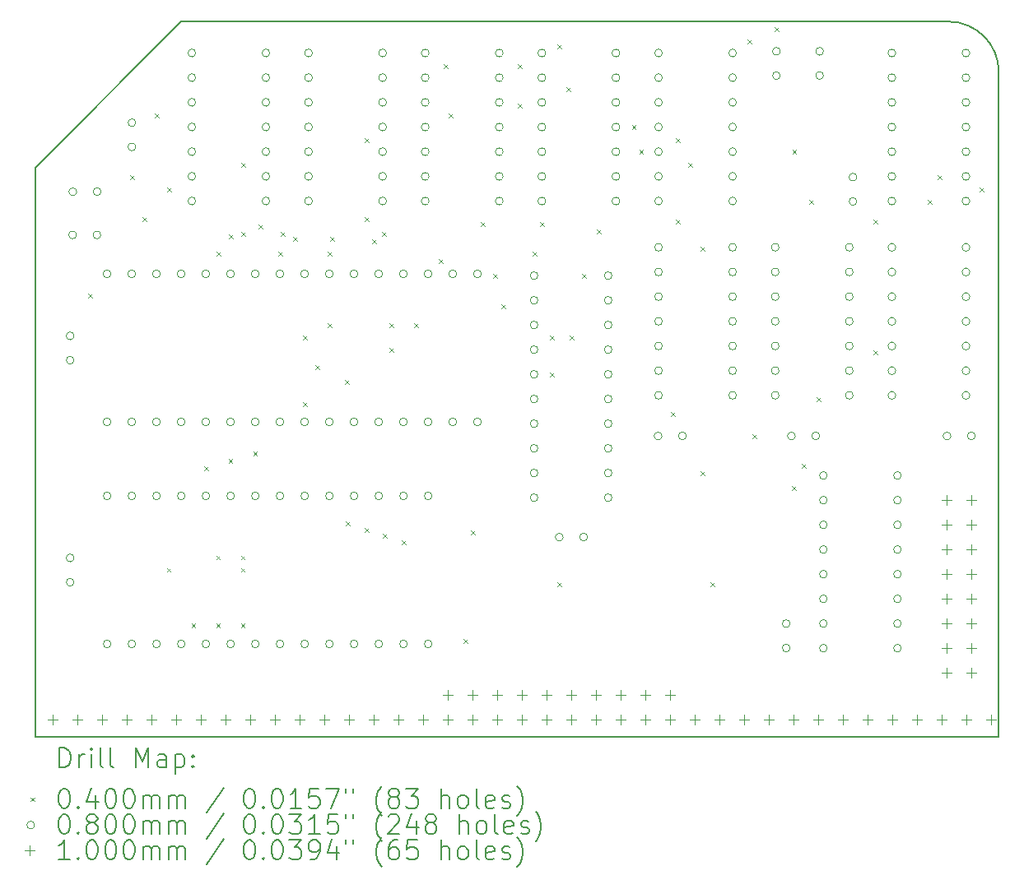
<source format=gbr>
%FSLAX45Y45*%
G04 Gerber Fmt 4.5, Leading zero omitted, Abs format (unit mm)*
G04 Created by KiCad (PCBNEW 6.0.2+dfsg-1) date 2024-02-05 13:25:48*
%MOMM*%
%LPD*%
G01*
G04 APERTURE LIST*
%TA.AperFunction,Profile*%
%ADD10C,0.150000*%
%TD*%
%ADD11C,0.200000*%
%ADD12C,0.040000*%
%ADD13C,0.080000*%
%ADD14C,0.100000*%
G04 APERTURE END LIST*
D10*
X15389860Y-9477421D02*
X15389860Y-15336520D01*
X15389860Y-15336520D02*
X25300000Y-15336520D01*
X25299840Y-8494281D02*
G75*
G03*
X24781840Y-7976281I-518000J0D01*
G01*
X24781840Y-7976281D02*
X16891000Y-7976281D01*
X16891000Y-7976281D02*
X15389860Y-9477421D01*
X25299840Y-8494281D02*
X25300000Y-15336520D01*
D11*
D12*
X15931200Y-10775000D02*
X15971200Y-10815000D01*
X15971200Y-10775000D02*
X15931200Y-10815000D01*
X16363000Y-9555800D02*
X16403000Y-9595800D01*
X16403000Y-9555800D02*
X16363000Y-9595800D01*
X16490000Y-9987600D02*
X16530000Y-10027600D01*
X16530000Y-9987600D02*
X16490000Y-10027600D01*
X16617000Y-8920800D02*
X16657000Y-8960800D01*
X16657000Y-8920800D02*
X16617000Y-8960800D01*
X16743000Y-13601000D02*
X16783000Y-13641000D01*
X16783000Y-13601000D02*
X16743000Y-13641000D01*
X16744000Y-9682800D02*
X16784000Y-9722800D01*
X16784000Y-9682800D02*
X16744000Y-9722800D01*
X16997000Y-14172500D02*
X17037000Y-14212500D01*
X17037000Y-14172500D02*
X16997000Y-14212500D01*
X17125000Y-12553000D02*
X17165000Y-12593000D01*
X17165000Y-12553000D02*
X17125000Y-12593000D01*
X17251000Y-13474000D02*
X17291000Y-13514000D01*
X17291000Y-13474000D02*
X17251000Y-13514000D01*
X17251000Y-14172500D02*
X17291000Y-14212500D01*
X17291000Y-14172500D02*
X17251000Y-14212500D01*
X17252000Y-10343200D02*
X17292000Y-10383200D01*
X17292000Y-10343200D02*
X17252000Y-10383200D01*
X17378000Y-12477800D02*
X17418000Y-12517800D01*
X17418000Y-12477800D02*
X17378000Y-12517800D01*
X17379000Y-10165400D02*
X17419000Y-10205400D01*
X17419000Y-10165400D02*
X17379000Y-10205400D01*
X17505000Y-13474000D02*
X17545000Y-13514000D01*
X17545000Y-13474000D02*
X17505000Y-13514000D01*
X17505000Y-13601000D02*
X17545000Y-13641000D01*
X17545000Y-13601000D02*
X17505000Y-13641000D01*
X17505000Y-14172500D02*
X17545000Y-14212500D01*
X17545000Y-14172500D02*
X17505000Y-14212500D01*
X17506000Y-9428800D02*
X17546000Y-9468800D01*
X17546000Y-9428800D02*
X17506000Y-9468800D01*
X17506000Y-10140000D02*
X17546000Y-10180000D01*
X17546000Y-10140000D02*
X17506000Y-10180000D01*
X17632000Y-12401600D02*
X17672000Y-12441600D01*
X17672000Y-12401600D02*
X17632000Y-12441600D01*
X17683800Y-10063800D02*
X17723800Y-10103800D01*
X17723800Y-10063800D02*
X17683800Y-10103800D01*
X17887000Y-10343200D02*
X17927000Y-10383200D01*
X17927000Y-10343200D02*
X17887000Y-10383200D01*
X17912400Y-10140000D02*
X17952400Y-10180000D01*
X17952400Y-10140000D02*
X17912400Y-10180000D01*
X18039400Y-10190800D02*
X18079400Y-10230800D01*
X18079400Y-10190800D02*
X18039400Y-10230800D01*
X18141000Y-11206800D02*
X18181000Y-11246800D01*
X18181000Y-11206800D02*
X18141000Y-11246800D01*
X18141000Y-11892600D02*
X18181000Y-11932600D01*
X18181000Y-11892600D02*
X18141000Y-11932600D01*
X18268000Y-11511600D02*
X18308000Y-11551600D01*
X18308000Y-11511600D02*
X18268000Y-11551600D01*
X18395000Y-10343200D02*
X18435000Y-10383200D01*
X18435000Y-10343200D02*
X18395000Y-10383200D01*
X18395000Y-11079800D02*
X18435000Y-11119800D01*
X18435000Y-11079800D02*
X18395000Y-11119800D01*
X18420400Y-10190800D02*
X18460400Y-10230800D01*
X18460400Y-10190800D02*
X18420400Y-10230800D01*
X18572800Y-11664000D02*
X18612800Y-11704000D01*
X18612800Y-11664000D02*
X18572800Y-11704000D01*
X18585500Y-13124500D02*
X18625500Y-13164500D01*
X18625500Y-13124500D02*
X18585500Y-13164500D01*
X18776000Y-9174800D02*
X18816000Y-9214800D01*
X18816000Y-9174800D02*
X18776000Y-9214800D01*
X18776000Y-9987600D02*
X18816000Y-10027600D01*
X18816000Y-9987600D02*
X18776000Y-10027600D01*
X18776000Y-13188000D02*
X18816000Y-13228000D01*
X18816000Y-13188000D02*
X18776000Y-13228000D01*
X18852200Y-10216200D02*
X18892200Y-10256200D01*
X18892200Y-10216200D02*
X18852200Y-10256200D01*
X18953800Y-10140000D02*
X18993800Y-10180000D01*
X18993800Y-10140000D02*
X18953800Y-10180000D01*
X18966500Y-13251500D02*
X19006500Y-13291500D01*
X19006500Y-13251500D02*
X18966500Y-13291500D01*
X19030000Y-11079800D02*
X19070000Y-11119800D01*
X19070000Y-11079800D02*
X19030000Y-11119800D01*
X19030000Y-11333800D02*
X19070000Y-11373800D01*
X19070000Y-11333800D02*
X19030000Y-11373800D01*
X19157000Y-13315000D02*
X19197000Y-13355000D01*
X19197000Y-13315000D02*
X19157000Y-13355000D01*
X19284000Y-11079800D02*
X19324000Y-11119800D01*
X19324000Y-11079800D02*
X19284000Y-11119800D01*
X19538000Y-10419400D02*
X19578000Y-10459400D01*
X19578000Y-10419400D02*
X19538000Y-10459400D01*
X19588800Y-8412800D02*
X19628800Y-8452800D01*
X19628800Y-8412800D02*
X19588800Y-8452800D01*
X19639600Y-8920800D02*
X19679600Y-8960800D01*
X19679600Y-8920800D02*
X19639600Y-8960800D01*
X19792000Y-14331000D02*
X19832000Y-14371000D01*
X19832000Y-14331000D02*
X19792000Y-14371000D01*
X19868200Y-13213400D02*
X19908200Y-13253400D01*
X19908200Y-13213400D02*
X19868200Y-13253400D01*
X19969800Y-10038400D02*
X20009800Y-10078400D01*
X20009800Y-10038400D02*
X19969800Y-10078400D01*
X20096800Y-10571800D02*
X20136800Y-10611800D01*
X20136800Y-10571800D02*
X20096800Y-10611800D01*
X20185700Y-10889300D02*
X20225700Y-10929300D01*
X20225700Y-10889300D02*
X20185700Y-10929300D01*
X20350800Y-8412800D02*
X20390800Y-8452800D01*
X20390800Y-8412800D02*
X20350800Y-8452800D01*
X20350800Y-8819200D02*
X20390800Y-8859200D01*
X20390800Y-8819200D02*
X20350800Y-8859200D01*
X20503200Y-10343200D02*
X20543200Y-10383200D01*
X20543200Y-10343200D02*
X20503200Y-10383200D01*
X20579400Y-10038400D02*
X20619400Y-10078400D01*
X20619400Y-10038400D02*
X20579400Y-10078400D01*
X20681000Y-11206800D02*
X20721000Y-11246800D01*
X20721000Y-11206800D02*
X20681000Y-11246800D01*
X20681000Y-11587800D02*
X20721000Y-11627800D01*
X20721000Y-11587800D02*
X20681000Y-11627800D01*
X20757200Y-8209600D02*
X20797200Y-8249600D01*
X20797200Y-8209600D02*
X20757200Y-8249600D01*
X20757200Y-13746800D02*
X20797200Y-13786800D01*
X20797200Y-13746800D02*
X20757200Y-13786800D01*
X20849949Y-8650251D02*
X20889949Y-8690251D01*
X20889949Y-8650251D02*
X20849949Y-8690251D01*
X20884200Y-11206800D02*
X20924200Y-11246800D01*
X20924200Y-11206800D02*
X20884200Y-11246800D01*
X21011200Y-10571800D02*
X21051200Y-10611800D01*
X21051200Y-10571800D02*
X21011200Y-10611800D01*
X21163600Y-10114600D02*
X21203600Y-10154600D01*
X21203600Y-10114600D02*
X21163600Y-10154600D01*
X21525000Y-9042000D02*
X21565000Y-9082000D01*
X21565000Y-9042000D02*
X21525000Y-9082000D01*
X21601200Y-9296000D02*
X21641200Y-9336000D01*
X21641200Y-9296000D02*
X21601200Y-9336000D01*
X21925600Y-11994200D02*
X21965600Y-12034200D01*
X21965600Y-11994200D02*
X21925600Y-12034200D01*
X21976400Y-9174800D02*
X22016400Y-9214800D01*
X22016400Y-9174800D02*
X21976400Y-9214800D01*
X21976400Y-10013000D02*
X22016400Y-10053000D01*
X22016400Y-10013000D02*
X21976400Y-10053000D01*
X22103400Y-9428800D02*
X22143400Y-9468800D01*
X22143400Y-9428800D02*
X22103400Y-9468800D01*
X22230400Y-10292400D02*
X22270400Y-10332400D01*
X22270400Y-10292400D02*
X22230400Y-10332400D01*
X22230400Y-12603800D02*
X22270400Y-12643800D01*
X22270400Y-12603800D02*
X22230400Y-12643800D01*
X22332000Y-13746800D02*
X22372000Y-13786800D01*
X22372000Y-13746800D02*
X22332000Y-13786800D01*
X22713000Y-8158800D02*
X22753000Y-8198800D01*
X22753000Y-8158800D02*
X22713000Y-8198800D01*
X22763800Y-12222800D02*
X22803800Y-12262800D01*
X22803800Y-12222800D02*
X22763800Y-12262800D01*
X22992400Y-8031800D02*
X23032400Y-8071800D01*
X23032400Y-8031800D02*
X22992400Y-8071800D01*
X23170200Y-12756200D02*
X23210200Y-12796200D01*
X23210200Y-12756200D02*
X23170200Y-12796200D01*
X23176000Y-9296000D02*
X23216000Y-9336000D01*
X23216000Y-9296000D02*
X23176000Y-9336000D01*
X23271800Y-12527600D02*
X23311800Y-12567600D01*
X23311800Y-12527600D02*
X23271800Y-12567600D01*
X23348000Y-9809800D02*
X23388000Y-9849800D01*
X23388000Y-9809800D02*
X23348000Y-9849800D01*
X23424200Y-11841800D02*
X23464200Y-11881800D01*
X23464200Y-11841800D02*
X23424200Y-11881800D01*
X24008400Y-10013000D02*
X24048400Y-10053000D01*
X24048400Y-10013000D02*
X24008400Y-10053000D01*
X24008400Y-11359200D02*
X24048400Y-11399200D01*
X24048400Y-11359200D02*
X24008400Y-11399200D01*
X24567200Y-9809800D02*
X24607200Y-9849800D01*
X24607200Y-9809800D02*
X24567200Y-9849800D01*
X24668800Y-9555800D02*
X24708800Y-9595800D01*
X24708800Y-9555800D02*
X24668800Y-9595800D01*
X25100600Y-9682800D02*
X25140600Y-9722800D01*
X25140600Y-9682800D02*
X25100600Y-9722800D01*
D13*
X15788000Y-11212000D02*
G75*
G03*
X15788000Y-11212000I-40000J0D01*
G01*
X15788000Y-11462000D02*
G75*
G03*
X15788000Y-11462000I-40000J0D01*
G01*
X15788000Y-13498000D02*
G75*
G03*
X15788000Y-13498000I-40000J0D01*
G01*
X15788000Y-13748000D02*
G75*
G03*
X15788000Y-13748000I-40000J0D01*
G01*
X15813400Y-10172700D02*
G75*
G03*
X15813400Y-10172700I-40000J0D01*
G01*
X15815400Y-9728200D02*
G75*
G03*
X15815400Y-9728200I-40000J0D01*
G01*
X16063400Y-10172700D02*
G75*
G03*
X16063400Y-10172700I-40000J0D01*
G01*
X16065400Y-9728200D02*
G75*
G03*
X16065400Y-9728200I-40000J0D01*
G01*
X16168000Y-10573500D02*
G75*
G03*
X16168000Y-10573500I-40000J0D01*
G01*
X16168000Y-12097500D02*
G75*
G03*
X16168000Y-12097500I-40000J0D01*
G01*
X16169000Y-12859500D02*
G75*
G03*
X16169000Y-12859500I-40000J0D01*
G01*
X16169000Y-14383500D02*
G75*
G03*
X16169000Y-14383500I-40000J0D01*
G01*
X16422000Y-10573500D02*
G75*
G03*
X16422000Y-10573500I-40000J0D01*
G01*
X16422000Y-12097500D02*
G75*
G03*
X16422000Y-12097500I-40000J0D01*
G01*
X16423000Y-9017000D02*
G75*
G03*
X16423000Y-9017000I-40000J0D01*
G01*
X16423000Y-9267000D02*
G75*
G03*
X16423000Y-9267000I-40000J0D01*
G01*
X16423000Y-12859500D02*
G75*
G03*
X16423000Y-12859500I-40000J0D01*
G01*
X16423000Y-14383500D02*
G75*
G03*
X16423000Y-14383500I-40000J0D01*
G01*
X16676000Y-10573500D02*
G75*
G03*
X16676000Y-10573500I-40000J0D01*
G01*
X16676000Y-12097500D02*
G75*
G03*
X16676000Y-12097500I-40000J0D01*
G01*
X16677000Y-12859500D02*
G75*
G03*
X16677000Y-12859500I-40000J0D01*
G01*
X16677000Y-14383500D02*
G75*
G03*
X16677000Y-14383500I-40000J0D01*
G01*
X16930000Y-10573500D02*
G75*
G03*
X16930000Y-10573500I-40000J0D01*
G01*
X16930000Y-12097500D02*
G75*
G03*
X16930000Y-12097500I-40000J0D01*
G01*
X16931000Y-12859500D02*
G75*
G03*
X16931000Y-12859500I-40000J0D01*
G01*
X16931000Y-14383500D02*
G75*
G03*
X16931000Y-14383500I-40000J0D01*
G01*
X17040000Y-8300000D02*
G75*
G03*
X17040000Y-8300000I-40000J0D01*
G01*
X17040000Y-8554000D02*
G75*
G03*
X17040000Y-8554000I-40000J0D01*
G01*
X17040000Y-8808000D02*
G75*
G03*
X17040000Y-8808000I-40000J0D01*
G01*
X17040000Y-9062000D02*
G75*
G03*
X17040000Y-9062000I-40000J0D01*
G01*
X17040000Y-9316000D02*
G75*
G03*
X17040000Y-9316000I-40000J0D01*
G01*
X17040000Y-9570000D02*
G75*
G03*
X17040000Y-9570000I-40000J0D01*
G01*
X17040000Y-9824000D02*
G75*
G03*
X17040000Y-9824000I-40000J0D01*
G01*
X17184000Y-10573500D02*
G75*
G03*
X17184000Y-10573500I-40000J0D01*
G01*
X17184000Y-12097500D02*
G75*
G03*
X17184000Y-12097500I-40000J0D01*
G01*
X17185000Y-12859500D02*
G75*
G03*
X17185000Y-12859500I-40000J0D01*
G01*
X17185000Y-14383500D02*
G75*
G03*
X17185000Y-14383500I-40000J0D01*
G01*
X17438000Y-10573500D02*
G75*
G03*
X17438000Y-10573500I-40000J0D01*
G01*
X17438000Y-12097500D02*
G75*
G03*
X17438000Y-12097500I-40000J0D01*
G01*
X17439000Y-12859500D02*
G75*
G03*
X17439000Y-12859500I-40000J0D01*
G01*
X17439000Y-14383500D02*
G75*
G03*
X17439000Y-14383500I-40000J0D01*
G01*
X17692000Y-10573500D02*
G75*
G03*
X17692000Y-10573500I-40000J0D01*
G01*
X17692000Y-12097500D02*
G75*
G03*
X17692000Y-12097500I-40000J0D01*
G01*
X17693000Y-12859500D02*
G75*
G03*
X17693000Y-12859500I-40000J0D01*
G01*
X17693000Y-14383500D02*
G75*
G03*
X17693000Y-14383500I-40000J0D01*
G01*
X17802000Y-8300000D02*
G75*
G03*
X17802000Y-8300000I-40000J0D01*
G01*
X17802000Y-8554000D02*
G75*
G03*
X17802000Y-8554000I-40000J0D01*
G01*
X17802000Y-8808000D02*
G75*
G03*
X17802000Y-8808000I-40000J0D01*
G01*
X17802000Y-9062000D02*
G75*
G03*
X17802000Y-9062000I-40000J0D01*
G01*
X17802000Y-9316000D02*
G75*
G03*
X17802000Y-9316000I-40000J0D01*
G01*
X17802000Y-9570000D02*
G75*
G03*
X17802000Y-9570000I-40000J0D01*
G01*
X17802000Y-9824000D02*
G75*
G03*
X17802000Y-9824000I-40000J0D01*
G01*
X17946000Y-10573500D02*
G75*
G03*
X17946000Y-10573500I-40000J0D01*
G01*
X17946000Y-12097500D02*
G75*
G03*
X17946000Y-12097500I-40000J0D01*
G01*
X17947000Y-12859500D02*
G75*
G03*
X17947000Y-12859500I-40000J0D01*
G01*
X17947000Y-14383500D02*
G75*
G03*
X17947000Y-14383500I-40000J0D01*
G01*
X18200000Y-10573500D02*
G75*
G03*
X18200000Y-10573500I-40000J0D01*
G01*
X18200000Y-12097500D02*
G75*
G03*
X18200000Y-12097500I-40000J0D01*
G01*
X18201000Y-12859500D02*
G75*
G03*
X18201000Y-12859500I-40000J0D01*
G01*
X18201000Y-14383500D02*
G75*
G03*
X18201000Y-14383500I-40000J0D01*
G01*
X18240000Y-8300000D02*
G75*
G03*
X18240000Y-8300000I-40000J0D01*
G01*
X18240000Y-8554000D02*
G75*
G03*
X18240000Y-8554000I-40000J0D01*
G01*
X18240000Y-8808000D02*
G75*
G03*
X18240000Y-8808000I-40000J0D01*
G01*
X18240000Y-9062000D02*
G75*
G03*
X18240000Y-9062000I-40000J0D01*
G01*
X18240000Y-9316000D02*
G75*
G03*
X18240000Y-9316000I-40000J0D01*
G01*
X18240000Y-9570000D02*
G75*
G03*
X18240000Y-9570000I-40000J0D01*
G01*
X18240000Y-9824000D02*
G75*
G03*
X18240000Y-9824000I-40000J0D01*
G01*
X18454000Y-10573500D02*
G75*
G03*
X18454000Y-10573500I-40000J0D01*
G01*
X18454000Y-12097500D02*
G75*
G03*
X18454000Y-12097500I-40000J0D01*
G01*
X18455000Y-12859500D02*
G75*
G03*
X18455000Y-12859500I-40000J0D01*
G01*
X18455000Y-14383500D02*
G75*
G03*
X18455000Y-14383500I-40000J0D01*
G01*
X18708000Y-10573500D02*
G75*
G03*
X18708000Y-10573500I-40000J0D01*
G01*
X18708000Y-12097500D02*
G75*
G03*
X18708000Y-12097500I-40000J0D01*
G01*
X18709000Y-12859500D02*
G75*
G03*
X18709000Y-12859500I-40000J0D01*
G01*
X18709000Y-14383500D02*
G75*
G03*
X18709000Y-14383500I-40000J0D01*
G01*
X18962000Y-10573500D02*
G75*
G03*
X18962000Y-10573500I-40000J0D01*
G01*
X18962000Y-12097500D02*
G75*
G03*
X18962000Y-12097500I-40000J0D01*
G01*
X18963000Y-12859500D02*
G75*
G03*
X18963000Y-12859500I-40000J0D01*
G01*
X18963000Y-14383500D02*
G75*
G03*
X18963000Y-14383500I-40000J0D01*
G01*
X19002000Y-8300000D02*
G75*
G03*
X19002000Y-8300000I-40000J0D01*
G01*
X19002000Y-8554000D02*
G75*
G03*
X19002000Y-8554000I-40000J0D01*
G01*
X19002000Y-8808000D02*
G75*
G03*
X19002000Y-8808000I-40000J0D01*
G01*
X19002000Y-9062000D02*
G75*
G03*
X19002000Y-9062000I-40000J0D01*
G01*
X19002000Y-9316000D02*
G75*
G03*
X19002000Y-9316000I-40000J0D01*
G01*
X19002000Y-9570000D02*
G75*
G03*
X19002000Y-9570000I-40000J0D01*
G01*
X19002000Y-9824000D02*
G75*
G03*
X19002000Y-9824000I-40000J0D01*
G01*
X19216000Y-10573500D02*
G75*
G03*
X19216000Y-10573500I-40000J0D01*
G01*
X19216000Y-12097500D02*
G75*
G03*
X19216000Y-12097500I-40000J0D01*
G01*
X19217000Y-12859500D02*
G75*
G03*
X19217000Y-12859500I-40000J0D01*
G01*
X19217000Y-14383500D02*
G75*
G03*
X19217000Y-14383500I-40000J0D01*
G01*
X19440000Y-8300000D02*
G75*
G03*
X19440000Y-8300000I-40000J0D01*
G01*
X19440000Y-8554000D02*
G75*
G03*
X19440000Y-8554000I-40000J0D01*
G01*
X19440000Y-8808000D02*
G75*
G03*
X19440000Y-8808000I-40000J0D01*
G01*
X19440000Y-9062000D02*
G75*
G03*
X19440000Y-9062000I-40000J0D01*
G01*
X19440000Y-9316000D02*
G75*
G03*
X19440000Y-9316000I-40000J0D01*
G01*
X19440000Y-9570000D02*
G75*
G03*
X19440000Y-9570000I-40000J0D01*
G01*
X19440000Y-9824000D02*
G75*
G03*
X19440000Y-9824000I-40000J0D01*
G01*
X19470000Y-10573500D02*
G75*
G03*
X19470000Y-10573500I-40000J0D01*
G01*
X19470000Y-12097500D02*
G75*
G03*
X19470000Y-12097500I-40000J0D01*
G01*
X19471000Y-12859500D02*
G75*
G03*
X19471000Y-12859500I-40000J0D01*
G01*
X19471000Y-14383500D02*
G75*
G03*
X19471000Y-14383500I-40000J0D01*
G01*
X19724000Y-10573500D02*
G75*
G03*
X19724000Y-10573500I-40000J0D01*
G01*
X19724000Y-12097500D02*
G75*
G03*
X19724000Y-12097500I-40000J0D01*
G01*
X19978000Y-10573500D02*
G75*
G03*
X19978000Y-10573500I-40000J0D01*
G01*
X19978000Y-12097500D02*
G75*
G03*
X19978000Y-12097500I-40000J0D01*
G01*
X20202000Y-8300000D02*
G75*
G03*
X20202000Y-8300000I-40000J0D01*
G01*
X20202000Y-8554000D02*
G75*
G03*
X20202000Y-8554000I-40000J0D01*
G01*
X20202000Y-8808000D02*
G75*
G03*
X20202000Y-8808000I-40000J0D01*
G01*
X20202000Y-9062000D02*
G75*
G03*
X20202000Y-9062000I-40000J0D01*
G01*
X20202000Y-9316000D02*
G75*
G03*
X20202000Y-9316000I-40000J0D01*
G01*
X20202000Y-9570000D02*
G75*
G03*
X20202000Y-9570000I-40000J0D01*
G01*
X20202000Y-9824000D02*
G75*
G03*
X20202000Y-9824000I-40000J0D01*
G01*
X20560000Y-10591800D02*
G75*
G03*
X20560000Y-10591800I-40000J0D01*
G01*
X20560000Y-10845800D02*
G75*
G03*
X20560000Y-10845800I-40000J0D01*
G01*
X20560000Y-11099800D02*
G75*
G03*
X20560000Y-11099800I-40000J0D01*
G01*
X20560000Y-11353800D02*
G75*
G03*
X20560000Y-11353800I-40000J0D01*
G01*
X20560000Y-11607800D02*
G75*
G03*
X20560000Y-11607800I-40000J0D01*
G01*
X20560000Y-11861800D02*
G75*
G03*
X20560000Y-11861800I-40000J0D01*
G01*
X20560000Y-12115800D02*
G75*
G03*
X20560000Y-12115800I-40000J0D01*
G01*
X20560000Y-12369800D02*
G75*
G03*
X20560000Y-12369800I-40000J0D01*
G01*
X20560000Y-12623800D02*
G75*
G03*
X20560000Y-12623800I-40000J0D01*
G01*
X20560000Y-12877800D02*
G75*
G03*
X20560000Y-12877800I-40000J0D01*
G01*
X20640000Y-8300000D02*
G75*
G03*
X20640000Y-8300000I-40000J0D01*
G01*
X20640000Y-8554000D02*
G75*
G03*
X20640000Y-8554000I-40000J0D01*
G01*
X20640000Y-8808000D02*
G75*
G03*
X20640000Y-8808000I-40000J0D01*
G01*
X20640000Y-9062000D02*
G75*
G03*
X20640000Y-9062000I-40000J0D01*
G01*
X20640000Y-9316000D02*
G75*
G03*
X20640000Y-9316000I-40000J0D01*
G01*
X20640000Y-9570000D02*
G75*
G03*
X20640000Y-9570000I-40000J0D01*
G01*
X20640000Y-9824000D02*
G75*
G03*
X20640000Y-9824000I-40000J0D01*
G01*
X20819200Y-13284200D02*
G75*
G03*
X20819200Y-13284200I-40000J0D01*
G01*
X21069200Y-13284200D02*
G75*
G03*
X21069200Y-13284200I-40000J0D01*
G01*
X21322000Y-10591800D02*
G75*
G03*
X21322000Y-10591800I-40000J0D01*
G01*
X21322000Y-10845800D02*
G75*
G03*
X21322000Y-10845800I-40000J0D01*
G01*
X21322000Y-11099800D02*
G75*
G03*
X21322000Y-11099800I-40000J0D01*
G01*
X21322000Y-11353800D02*
G75*
G03*
X21322000Y-11353800I-40000J0D01*
G01*
X21322000Y-11607800D02*
G75*
G03*
X21322000Y-11607800I-40000J0D01*
G01*
X21322000Y-11861800D02*
G75*
G03*
X21322000Y-11861800I-40000J0D01*
G01*
X21322000Y-12115800D02*
G75*
G03*
X21322000Y-12115800I-40000J0D01*
G01*
X21322000Y-12369800D02*
G75*
G03*
X21322000Y-12369800I-40000J0D01*
G01*
X21322000Y-12623800D02*
G75*
G03*
X21322000Y-12623800I-40000J0D01*
G01*
X21322000Y-12877800D02*
G75*
G03*
X21322000Y-12877800I-40000J0D01*
G01*
X21402000Y-8300000D02*
G75*
G03*
X21402000Y-8300000I-40000J0D01*
G01*
X21402000Y-8554000D02*
G75*
G03*
X21402000Y-8554000I-40000J0D01*
G01*
X21402000Y-8808000D02*
G75*
G03*
X21402000Y-8808000I-40000J0D01*
G01*
X21402000Y-9062000D02*
G75*
G03*
X21402000Y-9062000I-40000J0D01*
G01*
X21402000Y-9316000D02*
G75*
G03*
X21402000Y-9316000I-40000J0D01*
G01*
X21402000Y-9570000D02*
G75*
G03*
X21402000Y-9570000I-40000J0D01*
G01*
X21402000Y-9824000D02*
G75*
G03*
X21402000Y-9824000I-40000J0D01*
G01*
X21835200Y-12242800D02*
G75*
G03*
X21835200Y-12242800I-40000J0D01*
G01*
X21840000Y-8300000D02*
G75*
G03*
X21840000Y-8300000I-40000J0D01*
G01*
X21840000Y-8554000D02*
G75*
G03*
X21840000Y-8554000I-40000J0D01*
G01*
X21840000Y-8808000D02*
G75*
G03*
X21840000Y-8808000I-40000J0D01*
G01*
X21840000Y-9062000D02*
G75*
G03*
X21840000Y-9062000I-40000J0D01*
G01*
X21840000Y-9316000D02*
G75*
G03*
X21840000Y-9316000I-40000J0D01*
G01*
X21840000Y-9570000D02*
G75*
G03*
X21840000Y-9570000I-40000J0D01*
G01*
X21840000Y-9824000D02*
G75*
G03*
X21840000Y-9824000I-40000J0D01*
G01*
X21840000Y-10300000D02*
G75*
G03*
X21840000Y-10300000I-40000J0D01*
G01*
X21840000Y-10554000D02*
G75*
G03*
X21840000Y-10554000I-40000J0D01*
G01*
X21840000Y-10808000D02*
G75*
G03*
X21840000Y-10808000I-40000J0D01*
G01*
X21840000Y-11062000D02*
G75*
G03*
X21840000Y-11062000I-40000J0D01*
G01*
X21840000Y-11316000D02*
G75*
G03*
X21840000Y-11316000I-40000J0D01*
G01*
X21840000Y-11570000D02*
G75*
G03*
X21840000Y-11570000I-40000J0D01*
G01*
X21840000Y-11824000D02*
G75*
G03*
X21840000Y-11824000I-40000J0D01*
G01*
X22085200Y-12242800D02*
G75*
G03*
X22085200Y-12242800I-40000J0D01*
G01*
X22602000Y-8300000D02*
G75*
G03*
X22602000Y-8300000I-40000J0D01*
G01*
X22602000Y-8554000D02*
G75*
G03*
X22602000Y-8554000I-40000J0D01*
G01*
X22602000Y-8808000D02*
G75*
G03*
X22602000Y-8808000I-40000J0D01*
G01*
X22602000Y-9062000D02*
G75*
G03*
X22602000Y-9062000I-40000J0D01*
G01*
X22602000Y-9316000D02*
G75*
G03*
X22602000Y-9316000I-40000J0D01*
G01*
X22602000Y-9570000D02*
G75*
G03*
X22602000Y-9570000I-40000J0D01*
G01*
X22602000Y-9824000D02*
G75*
G03*
X22602000Y-9824000I-40000J0D01*
G01*
X22602000Y-10300000D02*
G75*
G03*
X22602000Y-10300000I-40000J0D01*
G01*
X22602000Y-10554000D02*
G75*
G03*
X22602000Y-10554000I-40000J0D01*
G01*
X22602000Y-10808000D02*
G75*
G03*
X22602000Y-10808000I-40000J0D01*
G01*
X22602000Y-11062000D02*
G75*
G03*
X22602000Y-11062000I-40000J0D01*
G01*
X22602000Y-11316000D02*
G75*
G03*
X22602000Y-11316000I-40000J0D01*
G01*
X22602000Y-11570000D02*
G75*
G03*
X22602000Y-11570000I-40000J0D01*
G01*
X22602000Y-11824000D02*
G75*
G03*
X22602000Y-11824000I-40000J0D01*
G01*
X23040000Y-10300000D02*
G75*
G03*
X23040000Y-10300000I-40000J0D01*
G01*
X23040000Y-10554000D02*
G75*
G03*
X23040000Y-10554000I-40000J0D01*
G01*
X23040000Y-10808000D02*
G75*
G03*
X23040000Y-10808000I-40000J0D01*
G01*
X23040000Y-11062000D02*
G75*
G03*
X23040000Y-11062000I-40000J0D01*
G01*
X23040000Y-11316000D02*
G75*
G03*
X23040000Y-11316000I-40000J0D01*
G01*
X23040000Y-11570000D02*
G75*
G03*
X23040000Y-11570000I-40000J0D01*
G01*
X23040000Y-11824000D02*
G75*
G03*
X23040000Y-11824000I-40000J0D01*
G01*
X23052400Y-8282400D02*
G75*
G03*
X23052400Y-8282400I-40000J0D01*
G01*
X23052400Y-8532400D02*
G75*
G03*
X23052400Y-8532400I-40000J0D01*
G01*
X23153000Y-14175200D02*
G75*
G03*
X23153000Y-14175200I-40000J0D01*
G01*
X23153000Y-14425200D02*
G75*
G03*
X23153000Y-14425200I-40000J0D01*
G01*
X23206800Y-12242800D02*
G75*
G03*
X23206800Y-12242800I-40000J0D01*
G01*
X23456800Y-12242800D02*
G75*
G03*
X23456800Y-12242800I-40000J0D01*
G01*
X23496900Y-8282400D02*
G75*
G03*
X23496900Y-8282400I-40000J0D01*
G01*
X23496900Y-8532400D02*
G75*
G03*
X23496900Y-8532400I-40000J0D01*
G01*
X23535000Y-12649200D02*
G75*
G03*
X23535000Y-12649200I-40000J0D01*
G01*
X23535000Y-12903200D02*
G75*
G03*
X23535000Y-12903200I-40000J0D01*
G01*
X23535000Y-13157200D02*
G75*
G03*
X23535000Y-13157200I-40000J0D01*
G01*
X23535000Y-13411200D02*
G75*
G03*
X23535000Y-13411200I-40000J0D01*
G01*
X23535000Y-13665200D02*
G75*
G03*
X23535000Y-13665200I-40000J0D01*
G01*
X23535000Y-13919200D02*
G75*
G03*
X23535000Y-13919200I-40000J0D01*
G01*
X23535000Y-14173200D02*
G75*
G03*
X23535000Y-14173200I-40000J0D01*
G01*
X23535000Y-14427200D02*
G75*
G03*
X23535000Y-14427200I-40000J0D01*
G01*
X23802000Y-10300000D02*
G75*
G03*
X23802000Y-10300000I-40000J0D01*
G01*
X23802000Y-10554000D02*
G75*
G03*
X23802000Y-10554000I-40000J0D01*
G01*
X23802000Y-10808000D02*
G75*
G03*
X23802000Y-10808000I-40000J0D01*
G01*
X23802000Y-11062000D02*
G75*
G03*
X23802000Y-11062000I-40000J0D01*
G01*
X23802000Y-11316000D02*
G75*
G03*
X23802000Y-11316000I-40000J0D01*
G01*
X23802000Y-11570000D02*
G75*
G03*
X23802000Y-11570000I-40000J0D01*
G01*
X23802000Y-11824000D02*
G75*
G03*
X23802000Y-11824000I-40000J0D01*
G01*
X23839800Y-9577800D02*
G75*
G03*
X23839800Y-9577800I-40000J0D01*
G01*
X23839800Y-9827800D02*
G75*
G03*
X23839800Y-9827800I-40000J0D01*
G01*
X24240000Y-8300000D02*
G75*
G03*
X24240000Y-8300000I-40000J0D01*
G01*
X24240000Y-8554000D02*
G75*
G03*
X24240000Y-8554000I-40000J0D01*
G01*
X24240000Y-8808000D02*
G75*
G03*
X24240000Y-8808000I-40000J0D01*
G01*
X24240000Y-9062000D02*
G75*
G03*
X24240000Y-9062000I-40000J0D01*
G01*
X24240000Y-9316000D02*
G75*
G03*
X24240000Y-9316000I-40000J0D01*
G01*
X24240000Y-9570000D02*
G75*
G03*
X24240000Y-9570000I-40000J0D01*
G01*
X24240000Y-9824000D02*
G75*
G03*
X24240000Y-9824000I-40000J0D01*
G01*
X24240000Y-10300000D02*
G75*
G03*
X24240000Y-10300000I-40000J0D01*
G01*
X24240000Y-10554000D02*
G75*
G03*
X24240000Y-10554000I-40000J0D01*
G01*
X24240000Y-10808000D02*
G75*
G03*
X24240000Y-10808000I-40000J0D01*
G01*
X24240000Y-11062000D02*
G75*
G03*
X24240000Y-11062000I-40000J0D01*
G01*
X24240000Y-11316000D02*
G75*
G03*
X24240000Y-11316000I-40000J0D01*
G01*
X24240000Y-11570000D02*
G75*
G03*
X24240000Y-11570000I-40000J0D01*
G01*
X24240000Y-11824000D02*
G75*
G03*
X24240000Y-11824000I-40000J0D01*
G01*
X24297000Y-12649200D02*
G75*
G03*
X24297000Y-12649200I-40000J0D01*
G01*
X24297000Y-12903200D02*
G75*
G03*
X24297000Y-12903200I-40000J0D01*
G01*
X24297000Y-13157200D02*
G75*
G03*
X24297000Y-13157200I-40000J0D01*
G01*
X24297000Y-13411200D02*
G75*
G03*
X24297000Y-13411200I-40000J0D01*
G01*
X24297000Y-13665200D02*
G75*
G03*
X24297000Y-13665200I-40000J0D01*
G01*
X24297000Y-13919200D02*
G75*
G03*
X24297000Y-13919200I-40000J0D01*
G01*
X24297000Y-14173200D02*
G75*
G03*
X24297000Y-14173200I-40000J0D01*
G01*
X24297000Y-14427200D02*
G75*
G03*
X24297000Y-14427200I-40000J0D01*
G01*
X24807000Y-12242800D02*
G75*
G03*
X24807000Y-12242800I-40000J0D01*
G01*
X25002000Y-8300000D02*
G75*
G03*
X25002000Y-8300000I-40000J0D01*
G01*
X25002000Y-8554000D02*
G75*
G03*
X25002000Y-8554000I-40000J0D01*
G01*
X25002000Y-8808000D02*
G75*
G03*
X25002000Y-8808000I-40000J0D01*
G01*
X25002000Y-9062000D02*
G75*
G03*
X25002000Y-9062000I-40000J0D01*
G01*
X25002000Y-9316000D02*
G75*
G03*
X25002000Y-9316000I-40000J0D01*
G01*
X25002000Y-9570000D02*
G75*
G03*
X25002000Y-9570000I-40000J0D01*
G01*
X25002000Y-9824000D02*
G75*
G03*
X25002000Y-9824000I-40000J0D01*
G01*
X25002000Y-10300000D02*
G75*
G03*
X25002000Y-10300000I-40000J0D01*
G01*
X25002000Y-10554000D02*
G75*
G03*
X25002000Y-10554000I-40000J0D01*
G01*
X25002000Y-10808000D02*
G75*
G03*
X25002000Y-10808000I-40000J0D01*
G01*
X25002000Y-11062000D02*
G75*
G03*
X25002000Y-11062000I-40000J0D01*
G01*
X25002000Y-11316000D02*
G75*
G03*
X25002000Y-11316000I-40000J0D01*
G01*
X25002000Y-11570000D02*
G75*
G03*
X25002000Y-11570000I-40000J0D01*
G01*
X25002000Y-11824000D02*
G75*
G03*
X25002000Y-11824000I-40000J0D01*
G01*
X25057000Y-12242800D02*
G75*
G03*
X25057000Y-12242800I-40000J0D01*
G01*
D14*
X15570200Y-15111260D02*
X15570200Y-15211260D01*
X15520200Y-15161260D02*
X15620200Y-15161260D01*
X15824200Y-15111260D02*
X15824200Y-15211260D01*
X15774200Y-15161260D02*
X15874200Y-15161260D01*
X16078200Y-15111260D02*
X16078200Y-15211260D01*
X16028200Y-15161260D02*
X16128200Y-15161260D01*
X16332200Y-15111260D02*
X16332200Y-15211260D01*
X16282200Y-15161260D02*
X16382200Y-15161260D01*
X16586200Y-15111260D02*
X16586200Y-15211260D01*
X16536200Y-15161260D02*
X16636200Y-15161260D01*
X16840200Y-15111260D02*
X16840200Y-15211260D01*
X16790200Y-15161260D02*
X16890200Y-15161260D01*
X17094200Y-15111260D02*
X17094200Y-15211260D01*
X17044200Y-15161260D02*
X17144200Y-15161260D01*
X17348200Y-15111260D02*
X17348200Y-15211260D01*
X17298200Y-15161260D02*
X17398200Y-15161260D01*
X17602200Y-15111260D02*
X17602200Y-15211260D01*
X17552200Y-15161260D02*
X17652200Y-15161260D01*
X17856200Y-15111260D02*
X17856200Y-15211260D01*
X17806200Y-15161260D02*
X17906200Y-15161260D01*
X18110200Y-15111260D02*
X18110200Y-15211260D01*
X18060200Y-15161260D02*
X18160200Y-15161260D01*
X18364200Y-15111260D02*
X18364200Y-15211260D01*
X18314200Y-15161260D02*
X18414200Y-15161260D01*
X18618200Y-15111260D02*
X18618200Y-15211260D01*
X18568200Y-15161260D02*
X18668200Y-15161260D01*
X18872200Y-15111260D02*
X18872200Y-15211260D01*
X18822200Y-15161260D02*
X18922200Y-15161260D01*
X19126200Y-15111260D02*
X19126200Y-15211260D01*
X19076200Y-15161260D02*
X19176200Y-15161260D01*
X19380200Y-15111260D02*
X19380200Y-15211260D01*
X19330200Y-15161260D02*
X19430200Y-15161260D01*
X19634200Y-14857260D02*
X19634200Y-14957260D01*
X19584200Y-14907260D02*
X19684200Y-14907260D01*
X19634200Y-15111260D02*
X19634200Y-15211260D01*
X19584200Y-15161260D02*
X19684200Y-15161260D01*
X19888200Y-14857260D02*
X19888200Y-14957260D01*
X19838200Y-14907260D02*
X19938200Y-14907260D01*
X19888200Y-15111260D02*
X19888200Y-15211260D01*
X19838200Y-15161260D02*
X19938200Y-15161260D01*
X20142200Y-14857260D02*
X20142200Y-14957260D01*
X20092200Y-14907260D02*
X20192200Y-14907260D01*
X20142200Y-15111260D02*
X20142200Y-15211260D01*
X20092200Y-15161260D02*
X20192200Y-15161260D01*
X20396200Y-14857260D02*
X20396200Y-14957260D01*
X20346200Y-14907260D02*
X20446200Y-14907260D01*
X20396200Y-15111260D02*
X20396200Y-15211260D01*
X20346200Y-15161260D02*
X20446200Y-15161260D01*
X20650200Y-14857260D02*
X20650200Y-14957260D01*
X20600200Y-14907260D02*
X20700200Y-14907260D01*
X20650200Y-15111260D02*
X20650200Y-15211260D01*
X20600200Y-15161260D02*
X20700200Y-15161260D01*
X20904200Y-14857260D02*
X20904200Y-14957260D01*
X20854200Y-14907260D02*
X20954200Y-14907260D01*
X20904200Y-15111260D02*
X20904200Y-15211260D01*
X20854200Y-15161260D02*
X20954200Y-15161260D01*
X21158200Y-14857260D02*
X21158200Y-14957260D01*
X21108200Y-14907260D02*
X21208200Y-14907260D01*
X21158200Y-15111260D02*
X21158200Y-15211260D01*
X21108200Y-15161260D02*
X21208200Y-15161260D01*
X21412200Y-14857260D02*
X21412200Y-14957260D01*
X21362200Y-14907260D02*
X21462200Y-14907260D01*
X21412200Y-15111260D02*
X21412200Y-15211260D01*
X21362200Y-15161260D02*
X21462200Y-15161260D01*
X21666200Y-14857260D02*
X21666200Y-14957260D01*
X21616200Y-14907260D02*
X21716200Y-14907260D01*
X21666200Y-15111260D02*
X21666200Y-15211260D01*
X21616200Y-15161260D02*
X21716200Y-15161260D01*
X21920200Y-14857260D02*
X21920200Y-14957260D01*
X21870200Y-14907260D02*
X21970200Y-14907260D01*
X21920200Y-15111260D02*
X21920200Y-15211260D01*
X21870200Y-15161260D02*
X21970200Y-15161260D01*
X22174200Y-15111260D02*
X22174200Y-15211260D01*
X22124200Y-15161260D02*
X22224200Y-15161260D01*
X22428200Y-15111260D02*
X22428200Y-15211260D01*
X22378200Y-15161260D02*
X22478200Y-15161260D01*
X22682200Y-15111260D02*
X22682200Y-15211260D01*
X22632200Y-15161260D02*
X22732200Y-15161260D01*
X22936200Y-15111260D02*
X22936200Y-15211260D01*
X22886200Y-15161260D02*
X22986200Y-15161260D01*
X23190200Y-15111260D02*
X23190200Y-15211260D01*
X23140200Y-15161260D02*
X23240200Y-15161260D01*
X23444200Y-15111260D02*
X23444200Y-15211260D01*
X23394200Y-15161260D02*
X23494200Y-15161260D01*
X23698200Y-15111260D02*
X23698200Y-15211260D01*
X23648200Y-15161260D02*
X23748200Y-15161260D01*
X23952200Y-15111260D02*
X23952200Y-15211260D01*
X23902200Y-15161260D02*
X24002200Y-15161260D01*
X24206200Y-15111260D02*
X24206200Y-15211260D01*
X24156200Y-15161260D02*
X24256200Y-15161260D01*
X24460200Y-15111260D02*
X24460200Y-15211260D01*
X24410200Y-15161260D02*
X24510200Y-15161260D01*
X24714200Y-15111260D02*
X24714200Y-15211260D01*
X24664200Y-15161260D02*
X24764200Y-15161260D01*
X24763500Y-12854700D02*
X24763500Y-12954700D01*
X24713500Y-12904700D02*
X24813500Y-12904700D01*
X24763500Y-13108700D02*
X24763500Y-13208700D01*
X24713500Y-13158700D02*
X24813500Y-13158700D01*
X24763500Y-13362700D02*
X24763500Y-13462700D01*
X24713500Y-13412700D02*
X24813500Y-13412700D01*
X24763500Y-13616700D02*
X24763500Y-13716700D01*
X24713500Y-13666700D02*
X24813500Y-13666700D01*
X24763500Y-13870700D02*
X24763500Y-13970700D01*
X24713500Y-13920700D02*
X24813500Y-13920700D01*
X24763500Y-14124700D02*
X24763500Y-14224700D01*
X24713500Y-14174700D02*
X24813500Y-14174700D01*
X24763500Y-14378700D02*
X24763500Y-14478700D01*
X24713500Y-14428700D02*
X24813500Y-14428700D01*
X24763500Y-14632700D02*
X24763500Y-14732700D01*
X24713500Y-14682700D02*
X24813500Y-14682700D01*
X24968200Y-15111260D02*
X24968200Y-15211260D01*
X24918200Y-15161260D02*
X25018200Y-15161260D01*
X25017500Y-12854700D02*
X25017500Y-12954700D01*
X24967500Y-12904700D02*
X25067500Y-12904700D01*
X25017500Y-13108700D02*
X25017500Y-13208700D01*
X24967500Y-13158700D02*
X25067500Y-13158700D01*
X25017500Y-13362700D02*
X25017500Y-13462700D01*
X24967500Y-13412700D02*
X25067500Y-13412700D01*
X25017500Y-13616700D02*
X25017500Y-13716700D01*
X24967500Y-13666700D02*
X25067500Y-13666700D01*
X25017500Y-13870700D02*
X25017500Y-13970700D01*
X24967500Y-13920700D02*
X25067500Y-13920700D01*
X25017500Y-14124700D02*
X25017500Y-14224700D01*
X24967500Y-14174700D02*
X25067500Y-14174700D01*
X25017500Y-14378700D02*
X25017500Y-14478700D01*
X24967500Y-14428700D02*
X25067500Y-14428700D01*
X25017500Y-14632700D02*
X25017500Y-14732700D01*
X24967500Y-14682700D02*
X25067500Y-14682700D01*
X25222200Y-15111260D02*
X25222200Y-15211260D01*
X25172200Y-15161260D02*
X25272200Y-15161260D01*
D11*
X15639979Y-15654496D02*
X15639979Y-15454496D01*
X15687598Y-15454496D01*
X15716169Y-15464020D01*
X15735217Y-15483068D01*
X15744741Y-15502115D01*
X15754265Y-15540210D01*
X15754265Y-15568782D01*
X15744741Y-15606877D01*
X15735217Y-15625925D01*
X15716169Y-15644972D01*
X15687598Y-15654496D01*
X15639979Y-15654496D01*
X15839979Y-15654496D02*
X15839979Y-15521163D01*
X15839979Y-15559258D02*
X15849503Y-15540210D01*
X15859027Y-15530687D01*
X15878074Y-15521163D01*
X15897122Y-15521163D01*
X15963788Y-15654496D02*
X15963788Y-15521163D01*
X15963788Y-15454496D02*
X15954265Y-15464020D01*
X15963788Y-15473544D01*
X15973312Y-15464020D01*
X15963788Y-15454496D01*
X15963788Y-15473544D01*
X16087598Y-15654496D02*
X16068550Y-15644972D01*
X16059027Y-15625925D01*
X16059027Y-15454496D01*
X16192360Y-15654496D02*
X16173312Y-15644972D01*
X16163788Y-15625925D01*
X16163788Y-15454496D01*
X16420931Y-15654496D02*
X16420931Y-15454496D01*
X16487598Y-15597353D01*
X16554265Y-15454496D01*
X16554265Y-15654496D01*
X16735217Y-15654496D02*
X16735217Y-15549734D01*
X16725693Y-15530687D01*
X16706646Y-15521163D01*
X16668550Y-15521163D01*
X16649503Y-15530687D01*
X16735217Y-15644972D02*
X16716169Y-15654496D01*
X16668550Y-15654496D01*
X16649503Y-15644972D01*
X16639979Y-15625925D01*
X16639979Y-15606877D01*
X16649503Y-15587829D01*
X16668550Y-15578306D01*
X16716169Y-15578306D01*
X16735217Y-15568782D01*
X16830455Y-15521163D02*
X16830455Y-15721163D01*
X16830455Y-15530687D02*
X16849503Y-15521163D01*
X16887598Y-15521163D01*
X16906646Y-15530687D01*
X16916170Y-15540210D01*
X16925693Y-15559258D01*
X16925693Y-15616401D01*
X16916170Y-15635448D01*
X16906646Y-15644972D01*
X16887598Y-15654496D01*
X16849503Y-15654496D01*
X16830455Y-15644972D01*
X17011408Y-15635448D02*
X17020931Y-15644972D01*
X17011408Y-15654496D01*
X17001884Y-15644972D01*
X17011408Y-15635448D01*
X17011408Y-15654496D01*
X17011408Y-15530687D02*
X17020931Y-15540210D01*
X17011408Y-15549734D01*
X17001884Y-15540210D01*
X17011408Y-15530687D01*
X17011408Y-15549734D01*
D12*
X15342360Y-15964020D02*
X15382360Y-16004020D01*
X15382360Y-15964020D02*
X15342360Y-16004020D01*
D11*
X15678074Y-15874496D02*
X15697122Y-15874496D01*
X15716169Y-15884020D01*
X15725693Y-15893544D01*
X15735217Y-15912591D01*
X15744741Y-15950687D01*
X15744741Y-15998306D01*
X15735217Y-16036401D01*
X15725693Y-16055448D01*
X15716169Y-16064972D01*
X15697122Y-16074496D01*
X15678074Y-16074496D01*
X15659027Y-16064972D01*
X15649503Y-16055448D01*
X15639979Y-16036401D01*
X15630455Y-15998306D01*
X15630455Y-15950687D01*
X15639979Y-15912591D01*
X15649503Y-15893544D01*
X15659027Y-15884020D01*
X15678074Y-15874496D01*
X15830455Y-16055448D02*
X15839979Y-16064972D01*
X15830455Y-16074496D01*
X15820931Y-16064972D01*
X15830455Y-16055448D01*
X15830455Y-16074496D01*
X16011408Y-15941163D02*
X16011408Y-16074496D01*
X15963788Y-15864972D02*
X15916169Y-16007829D01*
X16039979Y-16007829D01*
X16154265Y-15874496D02*
X16173312Y-15874496D01*
X16192360Y-15884020D01*
X16201884Y-15893544D01*
X16211408Y-15912591D01*
X16220931Y-15950687D01*
X16220931Y-15998306D01*
X16211408Y-16036401D01*
X16201884Y-16055448D01*
X16192360Y-16064972D01*
X16173312Y-16074496D01*
X16154265Y-16074496D01*
X16135217Y-16064972D01*
X16125693Y-16055448D01*
X16116169Y-16036401D01*
X16106646Y-15998306D01*
X16106646Y-15950687D01*
X16116169Y-15912591D01*
X16125693Y-15893544D01*
X16135217Y-15884020D01*
X16154265Y-15874496D01*
X16344741Y-15874496D02*
X16363788Y-15874496D01*
X16382836Y-15884020D01*
X16392360Y-15893544D01*
X16401884Y-15912591D01*
X16411408Y-15950687D01*
X16411408Y-15998306D01*
X16401884Y-16036401D01*
X16392360Y-16055448D01*
X16382836Y-16064972D01*
X16363788Y-16074496D01*
X16344741Y-16074496D01*
X16325693Y-16064972D01*
X16316169Y-16055448D01*
X16306646Y-16036401D01*
X16297122Y-15998306D01*
X16297122Y-15950687D01*
X16306646Y-15912591D01*
X16316169Y-15893544D01*
X16325693Y-15884020D01*
X16344741Y-15874496D01*
X16497122Y-16074496D02*
X16497122Y-15941163D01*
X16497122Y-15960210D02*
X16506646Y-15950687D01*
X16525693Y-15941163D01*
X16554265Y-15941163D01*
X16573312Y-15950687D01*
X16582836Y-15969734D01*
X16582836Y-16074496D01*
X16582836Y-15969734D02*
X16592360Y-15950687D01*
X16611408Y-15941163D01*
X16639979Y-15941163D01*
X16659027Y-15950687D01*
X16668550Y-15969734D01*
X16668550Y-16074496D01*
X16763788Y-16074496D02*
X16763788Y-15941163D01*
X16763788Y-15960210D02*
X16773312Y-15950687D01*
X16792360Y-15941163D01*
X16820931Y-15941163D01*
X16839979Y-15950687D01*
X16849503Y-15969734D01*
X16849503Y-16074496D01*
X16849503Y-15969734D02*
X16859027Y-15950687D01*
X16878074Y-15941163D01*
X16906646Y-15941163D01*
X16925693Y-15950687D01*
X16935217Y-15969734D01*
X16935217Y-16074496D01*
X17325693Y-15864972D02*
X17154265Y-16122115D01*
X17582836Y-15874496D02*
X17601884Y-15874496D01*
X17620931Y-15884020D01*
X17630455Y-15893544D01*
X17639979Y-15912591D01*
X17649503Y-15950687D01*
X17649503Y-15998306D01*
X17639979Y-16036401D01*
X17630455Y-16055448D01*
X17620931Y-16064972D01*
X17601884Y-16074496D01*
X17582836Y-16074496D01*
X17563789Y-16064972D01*
X17554265Y-16055448D01*
X17544741Y-16036401D01*
X17535217Y-15998306D01*
X17535217Y-15950687D01*
X17544741Y-15912591D01*
X17554265Y-15893544D01*
X17563789Y-15884020D01*
X17582836Y-15874496D01*
X17735217Y-16055448D02*
X17744741Y-16064972D01*
X17735217Y-16074496D01*
X17725693Y-16064972D01*
X17735217Y-16055448D01*
X17735217Y-16074496D01*
X17868550Y-15874496D02*
X17887598Y-15874496D01*
X17906646Y-15884020D01*
X17916170Y-15893544D01*
X17925693Y-15912591D01*
X17935217Y-15950687D01*
X17935217Y-15998306D01*
X17925693Y-16036401D01*
X17916170Y-16055448D01*
X17906646Y-16064972D01*
X17887598Y-16074496D01*
X17868550Y-16074496D01*
X17849503Y-16064972D01*
X17839979Y-16055448D01*
X17830455Y-16036401D01*
X17820931Y-15998306D01*
X17820931Y-15950687D01*
X17830455Y-15912591D01*
X17839979Y-15893544D01*
X17849503Y-15884020D01*
X17868550Y-15874496D01*
X18125693Y-16074496D02*
X18011408Y-16074496D01*
X18068550Y-16074496D02*
X18068550Y-15874496D01*
X18049503Y-15903068D01*
X18030455Y-15922115D01*
X18011408Y-15931639D01*
X18306646Y-15874496D02*
X18211408Y-15874496D01*
X18201884Y-15969734D01*
X18211408Y-15960210D01*
X18230455Y-15950687D01*
X18278074Y-15950687D01*
X18297122Y-15960210D01*
X18306646Y-15969734D01*
X18316170Y-15988782D01*
X18316170Y-16036401D01*
X18306646Y-16055448D01*
X18297122Y-16064972D01*
X18278074Y-16074496D01*
X18230455Y-16074496D01*
X18211408Y-16064972D01*
X18201884Y-16055448D01*
X18382836Y-15874496D02*
X18516170Y-15874496D01*
X18430455Y-16074496D01*
X18582836Y-15874496D02*
X18582836Y-15912591D01*
X18659027Y-15874496D02*
X18659027Y-15912591D01*
X18954265Y-16150687D02*
X18944741Y-16141163D01*
X18925693Y-16112591D01*
X18916170Y-16093544D01*
X18906646Y-16064972D01*
X18897122Y-16017353D01*
X18897122Y-15979258D01*
X18906646Y-15931639D01*
X18916170Y-15903068D01*
X18925693Y-15884020D01*
X18944741Y-15855448D01*
X18954265Y-15845925D01*
X19059027Y-15960210D02*
X19039979Y-15950687D01*
X19030455Y-15941163D01*
X19020931Y-15922115D01*
X19020931Y-15912591D01*
X19030455Y-15893544D01*
X19039979Y-15884020D01*
X19059027Y-15874496D01*
X19097122Y-15874496D01*
X19116170Y-15884020D01*
X19125693Y-15893544D01*
X19135217Y-15912591D01*
X19135217Y-15922115D01*
X19125693Y-15941163D01*
X19116170Y-15950687D01*
X19097122Y-15960210D01*
X19059027Y-15960210D01*
X19039979Y-15969734D01*
X19030455Y-15979258D01*
X19020931Y-15998306D01*
X19020931Y-16036401D01*
X19030455Y-16055448D01*
X19039979Y-16064972D01*
X19059027Y-16074496D01*
X19097122Y-16074496D01*
X19116170Y-16064972D01*
X19125693Y-16055448D01*
X19135217Y-16036401D01*
X19135217Y-15998306D01*
X19125693Y-15979258D01*
X19116170Y-15969734D01*
X19097122Y-15960210D01*
X19201884Y-15874496D02*
X19325693Y-15874496D01*
X19259027Y-15950687D01*
X19287598Y-15950687D01*
X19306646Y-15960210D01*
X19316170Y-15969734D01*
X19325693Y-15988782D01*
X19325693Y-16036401D01*
X19316170Y-16055448D01*
X19306646Y-16064972D01*
X19287598Y-16074496D01*
X19230455Y-16074496D01*
X19211408Y-16064972D01*
X19201884Y-16055448D01*
X19563789Y-16074496D02*
X19563789Y-15874496D01*
X19649503Y-16074496D02*
X19649503Y-15969734D01*
X19639979Y-15950687D01*
X19620931Y-15941163D01*
X19592360Y-15941163D01*
X19573312Y-15950687D01*
X19563789Y-15960210D01*
X19773312Y-16074496D02*
X19754265Y-16064972D01*
X19744741Y-16055448D01*
X19735217Y-16036401D01*
X19735217Y-15979258D01*
X19744741Y-15960210D01*
X19754265Y-15950687D01*
X19773312Y-15941163D01*
X19801884Y-15941163D01*
X19820931Y-15950687D01*
X19830455Y-15960210D01*
X19839979Y-15979258D01*
X19839979Y-16036401D01*
X19830455Y-16055448D01*
X19820931Y-16064972D01*
X19801884Y-16074496D01*
X19773312Y-16074496D01*
X19954265Y-16074496D02*
X19935217Y-16064972D01*
X19925693Y-16045925D01*
X19925693Y-15874496D01*
X20106646Y-16064972D02*
X20087598Y-16074496D01*
X20049503Y-16074496D01*
X20030455Y-16064972D01*
X20020931Y-16045925D01*
X20020931Y-15969734D01*
X20030455Y-15950687D01*
X20049503Y-15941163D01*
X20087598Y-15941163D01*
X20106646Y-15950687D01*
X20116170Y-15969734D01*
X20116170Y-15988782D01*
X20020931Y-16007829D01*
X20192360Y-16064972D02*
X20211408Y-16074496D01*
X20249503Y-16074496D01*
X20268550Y-16064972D01*
X20278074Y-16045925D01*
X20278074Y-16036401D01*
X20268550Y-16017353D01*
X20249503Y-16007829D01*
X20220931Y-16007829D01*
X20201884Y-15998306D01*
X20192360Y-15979258D01*
X20192360Y-15969734D01*
X20201884Y-15950687D01*
X20220931Y-15941163D01*
X20249503Y-15941163D01*
X20268550Y-15950687D01*
X20344741Y-16150687D02*
X20354265Y-16141163D01*
X20373312Y-16112591D01*
X20382836Y-16093544D01*
X20392360Y-16064972D01*
X20401884Y-16017353D01*
X20401884Y-15979258D01*
X20392360Y-15931639D01*
X20382836Y-15903068D01*
X20373312Y-15884020D01*
X20354265Y-15855448D01*
X20344741Y-15845925D01*
D13*
X15382360Y-16248020D02*
G75*
G03*
X15382360Y-16248020I-40000J0D01*
G01*
D11*
X15678074Y-16138496D02*
X15697122Y-16138496D01*
X15716169Y-16148020D01*
X15725693Y-16157544D01*
X15735217Y-16176591D01*
X15744741Y-16214687D01*
X15744741Y-16262306D01*
X15735217Y-16300401D01*
X15725693Y-16319448D01*
X15716169Y-16328972D01*
X15697122Y-16338496D01*
X15678074Y-16338496D01*
X15659027Y-16328972D01*
X15649503Y-16319448D01*
X15639979Y-16300401D01*
X15630455Y-16262306D01*
X15630455Y-16214687D01*
X15639979Y-16176591D01*
X15649503Y-16157544D01*
X15659027Y-16148020D01*
X15678074Y-16138496D01*
X15830455Y-16319448D02*
X15839979Y-16328972D01*
X15830455Y-16338496D01*
X15820931Y-16328972D01*
X15830455Y-16319448D01*
X15830455Y-16338496D01*
X15954265Y-16224210D02*
X15935217Y-16214687D01*
X15925693Y-16205163D01*
X15916169Y-16186115D01*
X15916169Y-16176591D01*
X15925693Y-16157544D01*
X15935217Y-16148020D01*
X15954265Y-16138496D01*
X15992360Y-16138496D01*
X16011408Y-16148020D01*
X16020931Y-16157544D01*
X16030455Y-16176591D01*
X16030455Y-16186115D01*
X16020931Y-16205163D01*
X16011408Y-16214687D01*
X15992360Y-16224210D01*
X15954265Y-16224210D01*
X15935217Y-16233734D01*
X15925693Y-16243258D01*
X15916169Y-16262306D01*
X15916169Y-16300401D01*
X15925693Y-16319448D01*
X15935217Y-16328972D01*
X15954265Y-16338496D01*
X15992360Y-16338496D01*
X16011408Y-16328972D01*
X16020931Y-16319448D01*
X16030455Y-16300401D01*
X16030455Y-16262306D01*
X16020931Y-16243258D01*
X16011408Y-16233734D01*
X15992360Y-16224210D01*
X16154265Y-16138496D02*
X16173312Y-16138496D01*
X16192360Y-16148020D01*
X16201884Y-16157544D01*
X16211408Y-16176591D01*
X16220931Y-16214687D01*
X16220931Y-16262306D01*
X16211408Y-16300401D01*
X16201884Y-16319448D01*
X16192360Y-16328972D01*
X16173312Y-16338496D01*
X16154265Y-16338496D01*
X16135217Y-16328972D01*
X16125693Y-16319448D01*
X16116169Y-16300401D01*
X16106646Y-16262306D01*
X16106646Y-16214687D01*
X16116169Y-16176591D01*
X16125693Y-16157544D01*
X16135217Y-16148020D01*
X16154265Y-16138496D01*
X16344741Y-16138496D02*
X16363788Y-16138496D01*
X16382836Y-16148020D01*
X16392360Y-16157544D01*
X16401884Y-16176591D01*
X16411408Y-16214687D01*
X16411408Y-16262306D01*
X16401884Y-16300401D01*
X16392360Y-16319448D01*
X16382836Y-16328972D01*
X16363788Y-16338496D01*
X16344741Y-16338496D01*
X16325693Y-16328972D01*
X16316169Y-16319448D01*
X16306646Y-16300401D01*
X16297122Y-16262306D01*
X16297122Y-16214687D01*
X16306646Y-16176591D01*
X16316169Y-16157544D01*
X16325693Y-16148020D01*
X16344741Y-16138496D01*
X16497122Y-16338496D02*
X16497122Y-16205163D01*
X16497122Y-16224210D02*
X16506646Y-16214687D01*
X16525693Y-16205163D01*
X16554265Y-16205163D01*
X16573312Y-16214687D01*
X16582836Y-16233734D01*
X16582836Y-16338496D01*
X16582836Y-16233734D02*
X16592360Y-16214687D01*
X16611408Y-16205163D01*
X16639979Y-16205163D01*
X16659027Y-16214687D01*
X16668550Y-16233734D01*
X16668550Y-16338496D01*
X16763788Y-16338496D02*
X16763788Y-16205163D01*
X16763788Y-16224210D02*
X16773312Y-16214687D01*
X16792360Y-16205163D01*
X16820931Y-16205163D01*
X16839979Y-16214687D01*
X16849503Y-16233734D01*
X16849503Y-16338496D01*
X16849503Y-16233734D02*
X16859027Y-16214687D01*
X16878074Y-16205163D01*
X16906646Y-16205163D01*
X16925693Y-16214687D01*
X16935217Y-16233734D01*
X16935217Y-16338496D01*
X17325693Y-16128972D02*
X17154265Y-16386115D01*
X17582836Y-16138496D02*
X17601884Y-16138496D01*
X17620931Y-16148020D01*
X17630455Y-16157544D01*
X17639979Y-16176591D01*
X17649503Y-16214687D01*
X17649503Y-16262306D01*
X17639979Y-16300401D01*
X17630455Y-16319448D01*
X17620931Y-16328972D01*
X17601884Y-16338496D01*
X17582836Y-16338496D01*
X17563789Y-16328972D01*
X17554265Y-16319448D01*
X17544741Y-16300401D01*
X17535217Y-16262306D01*
X17535217Y-16214687D01*
X17544741Y-16176591D01*
X17554265Y-16157544D01*
X17563789Y-16148020D01*
X17582836Y-16138496D01*
X17735217Y-16319448D02*
X17744741Y-16328972D01*
X17735217Y-16338496D01*
X17725693Y-16328972D01*
X17735217Y-16319448D01*
X17735217Y-16338496D01*
X17868550Y-16138496D02*
X17887598Y-16138496D01*
X17906646Y-16148020D01*
X17916170Y-16157544D01*
X17925693Y-16176591D01*
X17935217Y-16214687D01*
X17935217Y-16262306D01*
X17925693Y-16300401D01*
X17916170Y-16319448D01*
X17906646Y-16328972D01*
X17887598Y-16338496D01*
X17868550Y-16338496D01*
X17849503Y-16328972D01*
X17839979Y-16319448D01*
X17830455Y-16300401D01*
X17820931Y-16262306D01*
X17820931Y-16214687D01*
X17830455Y-16176591D01*
X17839979Y-16157544D01*
X17849503Y-16148020D01*
X17868550Y-16138496D01*
X18001884Y-16138496D02*
X18125693Y-16138496D01*
X18059027Y-16214687D01*
X18087598Y-16214687D01*
X18106646Y-16224210D01*
X18116170Y-16233734D01*
X18125693Y-16252782D01*
X18125693Y-16300401D01*
X18116170Y-16319448D01*
X18106646Y-16328972D01*
X18087598Y-16338496D01*
X18030455Y-16338496D01*
X18011408Y-16328972D01*
X18001884Y-16319448D01*
X18316170Y-16338496D02*
X18201884Y-16338496D01*
X18259027Y-16338496D02*
X18259027Y-16138496D01*
X18239979Y-16167068D01*
X18220931Y-16186115D01*
X18201884Y-16195639D01*
X18497122Y-16138496D02*
X18401884Y-16138496D01*
X18392360Y-16233734D01*
X18401884Y-16224210D01*
X18420931Y-16214687D01*
X18468550Y-16214687D01*
X18487598Y-16224210D01*
X18497122Y-16233734D01*
X18506646Y-16252782D01*
X18506646Y-16300401D01*
X18497122Y-16319448D01*
X18487598Y-16328972D01*
X18468550Y-16338496D01*
X18420931Y-16338496D01*
X18401884Y-16328972D01*
X18392360Y-16319448D01*
X18582836Y-16138496D02*
X18582836Y-16176591D01*
X18659027Y-16138496D02*
X18659027Y-16176591D01*
X18954265Y-16414687D02*
X18944741Y-16405163D01*
X18925693Y-16376591D01*
X18916170Y-16357544D01*
X18906646Y-16328972D01*
X18897122Y-16281353D01*
X18897122Y-16243258D01*
X18906646Y-16195639D01*
X18916170Y-16167068D01*
X18925693Y-16148020D01*
X18944741Y-16119448D01*
X18954265Y-16109925D01*
X19020931Y-16157544D02*
X19030455Y-16148020D01*
X19049503Y-16138496D01*
X19097122Y-16138496D01*
X19116170Y-16148020D01*
X19125693Y-16157544D01*
X19135217Y-16176591D01*
X19135217Y-16195639D01*
X19125693Y-16224210D01*
X19011408Y-16338496D01*
X19135217Y-16338496D01*
X19306646Y-16205163D02*
X19306646Y-16338496D01*
X19259027Y-16128972D02*
X19211408Y-16271829D01*
X19335217Y-16271829D01*
X19439979Y-16224210D02*
X19420931Y-16214687D01*
X19411408Y-16205163D01*
X19401884Y-16186115D01*
X19401884Y-16176591D01*
X19411408Y-16157544D01*
X19420931Y-16148020D01*
X19439979Y-16138496D01*
X19478074Y-16138496D01*
X19497122Y-16148020D01*
X19506646Y-16157544D01*
X19516170Y-16176591D01*
X19516170Y-16186115D01*
X19506646Y-16205163D01*
X19497122Y-16214687D01*
X19478074Y-16224210D01*
X19439979Y-16224210D01*
X19420931Y-16233734D01*
X19411408Y-16243258D01*
X19401884Y-16262306D01*
X19401884Y-16300401D01*
X19411408Y-16319448D01*
X19420931Y-16328972D01*
X19439979Y-16338496D01*
X19478074Y-16338496D01*
X19497122Y-16328972D01*
X19506646Y-16319448D01*
X19516170Y-16300401D01*
X19516170Y-16262306D01*
X19506646Y-16243258D01*
X19497122Y-16233734D01*
X19478074Y-16224210D01*
X19754265Y-16338496D02*
X19754265Y-16138496D01*
X19839979Y-16338496D02*
X19839979Y-16233734D01*
X19830455Y-16214687D01*
X19811408Y-16205163D01*
X19782836Y-16205163D01*
X19763789Y-16214687D01*
X19754265Y-16224210D01*
X19963789Y-16338496D02*
X19944741Y-16328972D01*
X19935217Y-16319448D01*
X19925693Y-16300401D01*
X19925693Y-16243258D01*
X19935217Y-16224210D01*
X19944741Y-16214687D01*
X19963789Y-16205163D01*
X19992360Y-16205163D01*
X20011408Y-16214687D01*
X20020931Y-16224210D01*
X20030455Y-16243258D01*
X20030455Y-16300401D01*
X20020931Y-16319448D01*
X20011408Y-16328972D01*
X19992360Y-16338496D01*
X19963789Y-16338496D01*
X20144741Y-16338496D02*
X20125693Y-16328972D01*
X20116170Y-16309925D01*
X20116170Y-16138496D01*
X20297122Y-16328972D02*
X20278074Y-16338496D01*
X20239979Y-16338496D01*
X20220931Y-16328972D01*
X20211408Y-16309925D01*
X20211408Y-16233734D01*
X20220931Y-16214687D01*
X20239979Y-16205163D01*
X20278074Y-16205163D01*
X20297122Y-16214687D01*
X20306646Y-16233734D01*
X20306646Y-16252782D01*
X20211408Y-16271829D01*
X20382836Y-16328972D02*
X20401884Y-16338496D01*
X20439979Y-16338496D01*
X20459027Y-16328972D01*
X20468550Y-16309925D01*
X20468550Y-16300401D01*
X20459027Y-16281353D01*
X20439979Y-16271829D01*
X20411408Y-16271829D01*
X20392360Y-16262306D01*
X20382836Y-16243258D01*
X20382836Y-16233734D01*
X20392360Y-16214687D01*
X20411408Y-16205163D01*
X20439979Y-16205163D01*
X20459027Y-16214687D01*
X20535217Y-16414687D02*
X20544741Y-16405163D01*
X20563789Y-16376591D01*
X20573312Y-16357544D01*
X20582836Y-16328972D01*
X20592360Y-16281353D01*
X20592360Y-16243258D01*
X20582836Y-16195639D01*
X20573312Y-16167068D01*
X20563789Y-16148020D01*
X20544741Y-16119448D01*
X20535217Y-16109925D01*
D14*
X15332360Y-16462020D02*
X15332360Y-16562020D01*
X15282360Y-16512020D02*
X15382360Y-16512020D01*
D11*
X15744741Y-16602496D02*
X15630455Y-16602496D01*
X15687598Y-16602496D02*
X15687598Y-16402496D01*
X15668550Y-16431068D01*
X15649503Y-16450115D01*
X15630455Y-16459639D01*
X15830455Y-16583448D02*
X15839979Y-16592972D01*
X15830455Y-16602496D01*
X15820931Y-16592972D01*
X15830455Y-16583448D01*
X15830455Y-16602496D01*
X15963788Y-16402496D02*
X15982836Y-16402496D01*
X16001884Y-16412020D01*
X16011408Y-16421544D01*
X16020931Y-16440591D01*
X16030455Y-16478687D01*
X16030455Y-16526306D01*
X16020931Y-16564401D01*
X16011408Y-16583448D01*
X16001884Y-16592972D01*
X15982836Y-16602496D01*
X15963788Y-16602496D01*
X15944741Y-16592972D01*
X15935217Y-16583448D01*
X15925693Y-16564401D01*
X15916169Y-16526306D01*
X15916169Y-16478687D01*
X15925693Y-16440591D01*
X15935217Y-16421544D01*
X15944741Y-16412020D01*
X15963788Y-16402496D01*
X16154265Y-16402496D02*
X16173312Y-16402496D01*
X16192360Y-16412020D01*
X16201884Y-16421544D01*
X16211408Y-16440591D01*
X16220931Y-16478687D01*
X16220931Y-16526306D01*
X16211408Y-16564401D01*
X16201884Y-16583448D01*
X16192360Y-16592972D01*
X16173312Y-16602496D01*
X16154265Y-16602496D01*
X16135217Y-16592972D01*
X16125693Y-16583448D01*
X16116169Y-16564401D01*
X16106646Y-16526306D01*
X16106646Y-16478687D01*
X16116169Y-16440591D01*
X16125693Y-16421544D01*
X16135217Y-16412020D01*
X16154265Y-16402496D01*
X16344741Y-16402496D02*
X16363788Y-16402496D01*
X16382836Y-16412020D01*
X16392360Y-16421544D01*
X16401884Y-16440591D01*
X16411408Y-16478687D01*
X16411408Y-16526306D01*
X16401884Y-16564401D01*
X16392360Y-16583448D01*
X16382836Y-16592972D01*
X16363788Y-16602496D01*
X16344741Y-16602496D01*
X16325693Y-16592972D01*
X16316169Y-16583448D01*
X16306646Y-16564401D01*
X16297122Y-16526306D01*
X16297122Y-16478687D01*
X16306646Y-16440591D01*
X16316169Y-16421544D01*
X16325693Y-16412020D01*
X16344741Y-16402496D01*
X16497122Y-16602496D02*
X16497122Y-16469163D01*
X16497122Y-16488210D02*
X16506646Y-16478687D01*
X16525693Y-16469163D01*
X16554265Y-16469163D01*
X16573312Y-16478687D01*
X16582836Y-16497734D01*
X16582836Y-16602496D01*
X16582836Y-16497734D02*
X16592360Y-16478687D01*
X16611408Y-16469163D01*
X16639979Y-16469163D01*
X16659027Y-16478687D01*
X16668550Y-16497734D01*
X16668550Y-16602496D01*
X16763788Y-16602496D02*
X16763788Y-16469163D01*
X16763788Y-16488210D02*
X16773312Y-16478687D01*
X16792360Y-16469163D01*
X16820931Y-16469163D01*
X16839979Y-16478687D01*
X16849503Y-16497734D01*
X16849503Y-16602496D01*
X16849503Y-16497734D02*
X16859027Y-16478687D01*
X16878074Y-16469163D01*
X16906646Y-16469163D01*
X16925693Y-16478687D01*
X16935217Y-16497734D01*
X16935217Y-16602496D01*
X17325693Y-16392972D02*
X17154265Y-16650115D01*
X17582836Y-16402496D02*
X17601884Y-16402496D01*
X17620931Y-16412020D01*
X17630455Y-16421544D01*
X17639979Y-16440591D01*
X17649503Y-16478687D01*
X17649503Y-16526306D01*
X17639979Y-16564401D01*
X17630455Y-16583448D01*
X17620931Y-16592972D01*
X17601884Y-16602496D01*
X17582836Y-16602496D01*
X17563789Y-16592972D01*
X17554265Y-16583448D01*
X17544741Y-16564401D01*
X17535217Y-16526306D01*
X17535217Y-16478687D01*
X17544741Y-16440591D01*
X17554265Y-16421544D01*
X17563789Y-16412020D01*
X17582836Y-16402496D01*
X17735217Y-16583448D02*
X17744741Y-16592972D01*
X17735217Y-16602496D01*
X17725693Y-16592972D01*
X17735217Y-16583448D01*
X17735217Y-16602496D01*
X17868550Y-16402496D02*
X17887598Y-16402496D01*
X17906646Y-16412020D01*
X17916170Y-16421544D01*
X17925693Y-16440591D01*
X17935217Y-16478687D01*
X17935217Y-16526306D01*
X17925693Y-16564401D01*
X17916170Y-16583448D01*
X17906646Y-16592972D01*
X17887598Y-16602496D01*
X17868550Y-16602496D01*
X17849503Y-16592972D01*
X17839979Y-16583448D01*
X17830455Y-16564401D01*
X17820931Y-16526306D01*
X17820931Y-16478687D01*
X17830455Y-16440591D01*
X17839979Y-16421544D01*
X17849503Y-16412020D01*
X17868550Y-16402496D01*
X18001884Y-16402496D02*
X18125693Y-16402496D01*
X18059027Y-16478687D01*
X18087598Y-16478687D01*
X18106646Y-16488210D01*
X18116170Y-16497734D01*
X18125693Y-16516782D01*
X18125693Y-16564401D01*
X18116170Y-16583448D01*
X18106646Y-16592972D01*
X18087598Y-16602496D01*
X18030455Y-16602496D01*
X18011408Y-16592972D01*
X18001884Y-16583448D01*
X18220931Y-16602496D02*
X18259027Y-16602496D01*
X18278074Y-16592972D01*
X18287598Y-16583448D01*
X18306646Y-16554877D01*
X18316170Y-16516782D01*
X18316170Y-16440591D01*
X18306646Y-16421544D01*
X18297122Y-16412020D01*
X18278074Y-16402496D01*
X18239979Y-16402496D01*
X18220931Y-16412020D01*
X18211408Y-16421544D01*
X18201884Y-16440591D01*
X18201884Y-16488210D01*
X18211408Y-16507258D01*
X18220931Y-16516782D01*
X18239979Y-16526306D01*
X18278074Y-16526306D01*
X18297122Y-16516782D01*
X18306646Y-16507258D01*
X18316170Y-16488210D01*
X18487598Y-16469163D02*
X18487598Y-16602496D01*
X18439979Y-16392972D02*
X18392360Y-16535829D01*
X18516170Y-16535829D01*
X18582836Y-16402496D02*
X18582836Y-16440591D01*
X18659027Y-16402496D02*
X18659027Y-16440591D01*
X18954265Y-16678687D02*
X18944741Y-16669163D01*
X18925693Y-16640591D01*
X18916170Y-16621544D01*
X18906646Y-16592972D01*
X18897122Y-16545353D01*
X18897122Y-16507258D01*
X18906646Y-16459639D01*
X18916170Y-16431068D01*
X18925693Y-16412020D01*
X18944741Y-16383448D01*
X18954265Y-16373925D01*
X19116170Y-16402496D02*
X19078074Y-16402496D01*
X19059027Y-16412020D01*
X19049503Y-16421544D01*
X19030455Y-16450115D01*
X19020931Y-16488210D01*
X19020931Y-16564401D01*
X19030455Y-16583448D01*
X19039979Y-16592972D01*
X19059027Y-16602496D01*
X19097122Y-16602496D01*
X19116170Y-16592972D01*
X19125693Y-16583448D01*
X19135217Y-16564401D01*
X19135217Y-16516782D01*
X19125693Y-16497734D01*
X19116170Y-16488210D01*
X19097122Y-16478687D01*
X19059027Y-16478687D01*
X19039979Y-16488210D01*
X19030455Y-16497734D01*
X19020931Y-16516782D01*
X19316170Y-16402496D02*
X19220931Y-16402496D01*
X19211408Y-16497734D01*
X19220931Y-16488210D01*
X19239979Y-16478687D01*
X19287598Y-16478687D01*
X19306646Y-16488210D01*
X19316170Y-16497734D01*
X19325693Y-16516782D01*
X19325693Y-16564401D01*
X19316170Y-16583448D01*
X19306646Y-16592972D01*
X19287598Y-16602496D01*
X19239979Y-16602496D01*
X19220931Y-16592972D01*
X19211408Y-16583448D01*
X19563789Y-16602496D02*
X19563789Y-16402496D01*
X19649503Y-16602496D02*
X19649503Y-16497734D01*
X19639979Y-16478687D01*
X19620931Y-16469163D01*
X19592360Y-16469163D01*
X19573312Y-16478687D01*
X19563789Y-16488210D01*
X19773312Y-16602496D02*
X19754265Y-16592972D01*
X19744741Y-16583448D01*
X19735217Y-16564401D01*
X19735217Y-16507258D01*
X19744741Y-16488210D01*
X19754265Y-16478687D01*
X19773312Y-16469163D01*
X19801884Y-16469163D01*
X19820931Y-16478687D01*
X19830455Y-16488210D01*
X19839979Y-16507258D01*
X19839979Y-16564401D01*
X19830455Y-16583448D01*
X19820931Y-16592972D01*
X19801884Y-16602496D01*
X19773312Y-16602496D01*
X19954265Y-16602496D02*
X19935217Y-16592972D01*
X19925693Y-16573925D01*
X19925693Y-16402496D01*
X20106646Y-16592972D02*
X20087598Y-16602496D01*
X20049503Y-16602496D01*
X20030455Y-16592972D01*
X20020931Y-16573925D01*
X20020931Y-16497734D01*
X20030455Y-16478687D01*
X20049503Y-16469163D01*
X20087598Y-16469163D01*
X20106646Y-16478687D01*
X20116170Y-16497734D01*
X20116170Y-16516782D01*
X20020931Y-16535829D01*
X20192360Y-16592972D02*
X20211408Y-16602496D01*
X20249503Y-16602496D01*
X20268550Y-16592972D01*
X20278074Y-16573925D01*
X20278074Y-16564401D01*
X20268550Y-16545353D01*
X20249503Y-16535829D01*
X20220931Y-16535829D01*
X20201884Y-16526306D01*
X20192360Y-16507258D01*
X20192360Y-16497734D01*
X20201884Y-16478687D01*
X20220931Y-16469163D01*
X20249503Y-16469163D01*
X20268550Y-16478687D01*
X20344741Y-16678687D02*
X20354265Y-16669163D01*
X20373312Y-16640591D01*
X20382836Y-16621544D01*
X20392360Y-16592972D01*
X20401884Y-16545353D01*
X20401884Y-16507258D01*
X20392360Y-16459639D01*
X20382836Y-16431068D01*
X20373312Y-16412020D01*
X20354265Y-16383448D01*
X20344741Y-16373925D01*
M02*

</source>
